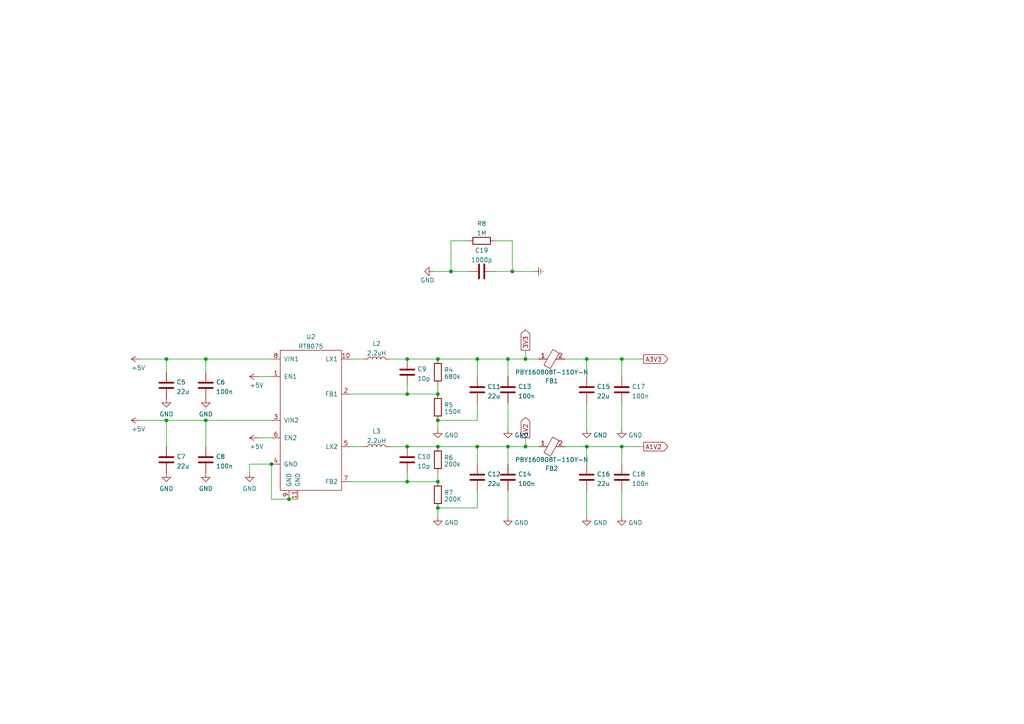
<source format=kicad_sch>
(kicad_sch (version 20230121) (generator eeschema)
  (paper "A4")
  (lib_symbols
    (symbol "Device:C" (pin_numbers hide) (pin_names (offset 0.254))
      (property "Reference" "C" (at 0.635 2.54 0))
      (property "Value" "C" (at 0.635 -2.54 0))
      (symbol "C_0_1"
        (polyline (pts (xy -2.032 -0.762) (xy 2.032 -0.762)) (stroke (width 0.508)))
        (polyline (pts (xy -2.032 0.762) (xy 2.032 0.762)) (stroke (width 0.508)))
      )
      (symbol "C_1_1"
        (pin passive line (at 0 3.81 270) (length 2.794) (name "~") (number "1"))
        (pin passive line (at 0 -3.81 90) (length 2.794) (name "~") (number "2"))
      )
    )
    (symbol "Device:L" (pin_numbers hide) (pin_names (offset 1.016) hide)
      (property "Reference" "L" (at -1.27 0 90))
      (property "Value" "L" (at 1.905 0 90))
      (symbol "L_0_1"
        (arc (start 0 -2.54) (mid 0.6323 -1.905) (end 0 -1.27))
        (arc (start 0 -1.27) (mid 0.6323 -0.635) (end 0 0))
        (arc (start 0 0) (mid 0.6323 0.635) (end 0 1.27))
        (arc (start 0 1.27) (mid 0.6323 1.905) (end 0 2.54))
      )
      (symbol "L_1_1"
        (pin passive line (at 0 3.81 270) (length 1.27) (name "1") (number "1"))
        (pin passive line (at 0 -3.81 90) (length 1.27) (name "2") (number "2"))
      )
    )
    (symbol "Device:R" (pin_numbers hide) (pin_names (offset 0))
      (property "Reference" "R" (at 2.032 0 90))
      (property "Value" "R" (at 0 0 90))
      (symbol "R_0_1"
        (rectangle (start -1.016 -2.54) (end 1.016 2.54) (stroke (width 0.254)))
      )
      (symbol "R_1_1"
        (pin passive line (at 0 3.81 270) (length 1.27) (name "~") (number "1"))
        (pin passive line (at 0 -3.81 90) (length 1.27) (name "~") (number "2"))
      )
    )
    (symbol "ECAT:PBY160808T-110Y-N"
      (property "Reference" "FB" (at 0 -5.08 0))
      (property "Value" "PBY160808T-110Y-N" (at 0 3.81 0))
      (symbol "PBY160808T-110Y-N_0_1"
        (polyline (pts (xy -1.4986 -0.4064) (xy -1.524 -0.4064)))
        (polyline (pts (xy 1.0414 -0.4064) (xy 0.9906 -0.4064)))
        (polyline (pts (xy -0.635 -3.175) (xy -2.4892 -2.1082) (xy 0.0762 2.3622) (xy 1.9304 1.27) (xy -0.635 -3.175)))
      )
      (symbol "PBY160808T-110Y-N_1_1"
        (pin passive line (at -4.0386 -0.4064 0) (length 2.54) (name "~") (number "1"))
        (pin passive line (at 3.5814 -0.4064 180) (length 2.54) (name "~") (number "2"))
      )
    )
    (symbol "ECAT:RT8075" (pin_names (offset 1.016))
      (property "Reference" "U?" (at 0 16.51 0))
      (property "Value" "RT8075" (at 0 13.97 0))
      (symbol "RT8075_1_1"
        (rectangle (start -8.89 20.32) (end 8.89 -20.32) (stroke (width 0.1524)))
        (pin input line (at -11.43 12.7 0) (length 2.54) (name "EN1") (number "1"))
        (pin power_out line (at 11.43 17.78 180) (length 2.54) (name "LX1") (number "10"))
        (pin power_in line (at -3.81 -22.86 90) (length 2.54) (name "GND") (number "11"))
        (pin input line (at 11.43 7.62 180) (length 2.54) (name "FB1") (number "2"))
        (pin power_in line (at -11.43 0 0) (length 2.54) (name "VIN2") (number "3"))
        (pin power_in line (at -11.43 -12.7 0) (length 2.54) (name "GND") (number "4"))
        (pin power_out line (at 11.43 -7.62 180) (length 2.54) (name "LX2") (number "5"))
        (pin input line (at -11.43 -5.08 0) (length 2.54) (name "EN2") (number "6"))
        (pin input line (at 11.43 -17.78 180) (length 2.54) (name "FB2") (number "7"))
        (pin power_in line (at -11.43 17.78 0) (length 2.54) (name "VIN1") (number "8"))
        (pin power_in line (at -6.35 -22.86 90) (length 2.54) (name "GND") (number "9"))
      )
    )
    (symbol "power:+5V" (power) (pin_names (offset 0))
      (property "Value" "+5V" (at 0 3.556 0))
      (symbol "+5V_0_1"
        (polyline (pts (xy -0.762 1.27) (xy 0 2.54)))
        (polyline (pts (xy 0 0) (xy 0 2.54)))
        (polyline (pts (xy 0 2.54) (xy 0.762 1.27)))
      )
      (symbol "+5V_1_1"
        (pin power_in line (at 0 0 90) (length 0) hide (name "+5V") (number "1"))
      )
    )
    (symbol "power:Earth" (power) (pin_names (offset 0))
      (symbol "Earth_0_1"
        (polyline (pts (xy -0.635 -1.905) (xy 0.635 -1.905)))
        (polyline (pts (xy -0.127 -2.54) (xy 0.127 -2.54)))
        (polyline (pts (xy 0 -1.27) (xy 0 0)))
        (polyline (pts (xy 1.27 -1.27) (xy -1.27 -1.27)))
      )
      (symbol "Earth_1_1"
        (pin power_in line (at 0 0 270) (length 0) hide (name "Earth") (number "1"))
      )
    )
    (symbol "power:GND" (power) (pin_names (offset 0))
      (property "Value" "GND" (at 0 -3.81 0))
      (symbol "GND_0_1"
        (polyline (pts (xy 0 0) (xy 0 -1.27) (xy 1.27 -1.27) (xy 0 -2.54) (xy -1.27 -1.27) (xy 0 -1.27)))
      )
      (symbol "GND_1_1"
        (pin power_in line (at 0 0 270) (length 0) hide (name "GND") (number "1"))
      )
    )
  )
  (junction (at 48.26 104.14))
  (junction (at 59.69 104.14))
  (junction (at 180.34 129.54))
  (junction (at 48.26 121.92))
  (junction (at 118.11 114.3))
  (junction (at 152.4 129.54))
  (junction (at 59.69 121.92))
  (junction (at 118.11 104.14))
  (junction (at 148.59 78.74))
  (junction (at 127 129.54))
  (junction (at 138.43 104.14))
  (junction (at 127 139.7))
  (junction (at 152.4 104.14))
  (junction (at 147.32 104.14))
  (junction (at 130.81 78.74))
  (junction (at 127 147.32))
  (junction (at 138.43 129.54))
  (junction (at 127 121.92))
  (junction (at 118.11 129.54))
  (junction (at 147.32 129.54))
  (junction (at 170.18 104.14))
  (junction (at 118.11 139.7))
  (junction (at 180.34 104.14))
  (junction (at 83.82 144.78))
  (junction (at 78.74 134.62))
  (junction (at 127 104.14))
  (junction (at 170.18 129.54))
  (junction (at 127 114.3))
  (wire (pts (xy 78.74 144.78) (xy 78.74 134.62)))
  (wire (pts (xy 170.18 142.24) (xy 170.18 149.86)))
  (wire (pts (xy 101.6 114.3) (xy 118.11 114.3)))
  (wire (pts (xy 138.43 121.92) (xy 127 121.92)))
  (wire (pts (xy 138.43 142.24) (xy 138.43 147.32)))
  (wire (pts (xy 163.83 129.54) (xy 170.18 129.54)))
  (wire (pts (xy 180.34 129.54) (xy 186.69 129.54)))
  (wire (pts (xy 170.18 116.84) (xy 170.18 124.46)))
  (wire (pts (xy 127 137.16) (xy 127 139.7)))
  (wire (pts (xy 147.32 109.22) (xy 147.32 104.14)))
  (wire (pts (xy 180.34 142.24) (xy 180.34 149.86)))
  (wire (pts (xy 152.4 127) (xy 152.4 129.54)))
  (wire (pts (xy 148.59 78.74) (xy 154.94 78.74)))
  (wire (pts (xy 163.83 104.14) (xy 170.18 104.14)))
  (wire (pts (xy 170.18 104.14) (xy 170.18 109.22)))
  (wire (pts (xy 127 111.76) (xy 127 114.3)))
  (wire (pts (xy 78.74 134.62) (xy 72.39 134.62)))
  (wire (pts (xy 59.69 104.14) (xy 59.69 107.95)))
  (wire (pts (xy 147.32 116.84) (xy 147.32 124.46)))
  (wire (pts (xy 101.6 139.7) (xy 118.11 139.7)))
  (wire (pts (xy 180.34 104.14) (xy 186.69 104.14)))
  (wire (pts (xy 40.64 121.92) (xy 48.26 121.92)))
  (wire (pts (xy 118.11 104.14) (xy 127 104.14)))
  (wire (pts (xy 74.93 109.22) (xy 78.74 109.22)))
  (wire (pts (xy 180.34 129.54) (xy 170.18 129.54)))
  (wire (pts (xy 59.69 121.92) (xy 78.74 121.92)))
  (wire (pts (xy 72.39 134.62) (xy 72.39 137.16)))
  (wire (pts (xy 138.43 129.54) (xy 127 129.54)))
  (wire (pts (xy 180.34 116.84) (xy 180.34 124.46)))
  (wire (pts (xy 101.6 129.54) (xy 105.41 129.54)))
  (wire (pts (xy 59.69 104.14) (xy 78.74 104.14)))
  (wire (pts (xy 74.93 127) (xy 78.74 127)))
  (wire (pts (xy 118.11 111.76) (xy 118.11 114.3)))
  (wire (pts (xy 152.4 104.14) (xy 156.21 104.14)))
  (wire (pts (xy 143.51 69.85) (xy 148.59 69.85)))
  (wire (pts (xy 143.51 78.74) (xy 148.59 78.74)))
  (wire (pts (xy 113.03 129.54) (xy 118.11 129.54)))
  (wire (pts (xy 118.11 129.54) (xy 127 129.54)))
  (wire (pts (xy 147.32 104.14) (xy 138.43 104.14)))
  (wire (pts (xy 138.43 147.32) (xy 127 147.32)))
  (wire (pts (xy 118.11 114.3) (xy 127 114.3)))
  (wire (pts (xy 48.26 104.14) (xy 59.69 104.14)))
  (wire (pts (xy 148.59 69.85) (xy 148.59 78.74)))
  (wire (pts (xy 152.4 129.54) (xy 147.32 129.54)))
  (wire (pts (xy 83.82 144.78) (xy 78.74 144.78)))
  (wire (pts (xy 118.11 137.16) (xy 118.11 139.7)))
  (wire (pts (xy 83.82 144.78) (xy 86.36 144.78)))
  (wire (pts (xy 138.43 134.62) (xy 138.43 129.54)))
  (wire (pts (xy 180.34 104.14) (xy 170.18 104.14)))
  (wire (pts (xy 147.32 134.62) (xy 147.32 129.54)))
  (wire (pts (xy 152.4 104.14) (xy 147.32 104.14)))
  (wire (pts (xy 152.4 101.6) (xy 152.4 104.14)))
  (wire (pts (xy 113.03 104.14) (xy 118.11 104.14)))
  (wire (pts (xy 48.26 121.92) (xy 48.26 129.54)))
  (wire (pts (xy 59.69 121.92) (xy 59.69 129.54)))
  (wire (pts (xy 138.43 116.84) (xy 138.43 121.92)))
  (wire (pts (xy 101.6 104.14) (xy 105.41 104.14)))
  (wire (pts (xy 147.32 129.54) (xy 138.43 129.54)))
  (wire (pts (xy 147.32 142.24) (xy 147.32 149.86)))
  (wire (pts (xy 127 147.32) (xy 127 149.86)))
  (wire (pts (xy 48.26 121.92) (xy 59.69 121.92)))
  (wire (pts (xy 118.11 139.7) (xy 127 139.7)))
  (wire (pts (xy 138.43 109.22) (xy 138.43 104.14)))
  (wire (pts (xy 130.81 78.74) (xy 125.73 78.74)))
  (wire (pts (xy 152.4 129.54) (xy 156.21 129.54)))
  (wire (pts (xy 135.89 69.85) (xy 130.81 69.85)))
  (wire (pts (xy 180.34 109.22) (xy 180.34 104.14)))
  (wire (pts (xy 138.43 104.14) (xy 127 104.14)))
  (wire (pts (xy 130.81 78.74) (xy 135.89 78.74)))
  (wire (pts (xy 40.64 104.14) (xy 48.26 104.14)))
  (wire (pts (xy 170.18 129.54) (xy 170.18 134.62)))
  (wire (pts (xy 48.26 104.14) (xy 48.26 107.95)))
  (wire (pts (xy 180.34 134.62) (xy 180.34 129.54)))
  (wire (pts (xy 130.81 69.85) (xy 130.81 78.74)))
  (wire (pts (xy 127 121.92) (xy 127 124.46)))
  (global_label "A3V3" (shape output) (at 186.69 104.14 0) (property "Intersheetrefs" "${INTERSHEET_REFS}" (effects hide)))
  (global_label "3V3" (shape output) (at 152.4 101.6 90) (property "Intersheetrefs" "${INTERSHEET_REFS}" (effects hide)))
  (global_label "1V2" (shape output) (at 152.4 127 90) (property "Intersheetrefs" "${INTERSHEET_REFS}" (effects hide)))
  (global_label "A1V2" (shape output) (at 186.69 129.54 0) (property "Intersheetrefs" "${INTERSHEET_REFS}" (effects hide)))
  (symbol (lib_id "Device:C") (at 147.32 138.43 0) (unit 1)
    (property "Reference" "C14" (at 150.241 137.5215 0) (effects (justify left)))
    (property "Value" "100n" (at 150.241 140.2966 0) (effects (justify left)))
    (property "Footprint" "Capacitor_SMD:C_0603_1608Metric" (effects hide))
  )
  (symbol (lib_id "power:GND") (at 125.73 78.74 270) (unit 1)
    (property "Reference" "#PWR0127" (effects hide))
    (property "Value" "GND" (at 121.92 81.28 90) (effects (justify left)))
  )
  (symbol (lib_id "power:GND") (at 170.18 124.46 0) (unit 1)
    (property "Reference" "#PWR0119" (effects hide))
    (property "Value" "GND" (at 172.085 126.209 0) (effects (justify left)))
  )
  (symbol (lib_id "power:GND") (at 48.26 137.16 0) (unit 1)
    (property "Reference" "#PWR0109" (effects hide))
    (property "Value" "GND" (at 48.26 141.7225 0))
  )
  (symbol (lib_id "power:+5V") (at 40.64 121.92 90) (unit 1)
    (property "Reference" "#PWR0111" (effects hide))
    (property "Value" "+5V" (at 38.1 124.46 90) (effects (justify right)))
  )
  (symbol (lib_id "Device:L") (at 109.22 129.54 90) (unit 1)
    (property "Reference" "L3" (at 109.22 125.0655 90))
    (property "Value" "2.2uH" (at 109.22 127.8406 90))
    (property "Footprint" "Inductor_SMD:L_0805_2012Metric" (effects hide))
  )
  (symbol (lib_id "Device:R") (at 127 143.51 0) (unit 1)
    (property "Reference" "R7" (at 128.778 142.8663 0) (effects (justify left)))
    (property "Value" "200K" (at 128.778 144.7873 0) (effects (justify left)))
    (property "Footprint" "Resistor_SMD:R_0603_1608Metric" (effects hide))
  )
  (symbol (lib_id "Device:R") (at 127 107.95 0) (unit 1)
    (property "Reference" "R4" (at 128.778 107.3063 0) (effects (justify left)))
    (property "Value" "680k" (at 128.778 109.2273 0) (effects (justify left)))
    (property "Footprint" "Resistor_SMD:R_0603_1608Metric" (effects hide))
  )
  (symbol (lib_id "Device:C") (at 118.11 107.95 0) (unit 1)
    (property "Reference" "C9" (at 121.031 107.0415 0) (effects (justify left)))
    (property "Value" "10p" (at 121.031 109.8166 0) (effects (justify left)))
    (property "Footprint" "Capacitor_SMD:C_0603_1608Metric" (effects hide))
  )
  (symbol (lib_id "Device:C") (at 59.69 133.35 180) (unit 1)
    (property "Reference" "C8" (at 62.611 132.4415 0) (effects (justify right)))
    (property "Value" "100n" (at 62.611 135.2166 0) (effects (justify right)))
    (property "Footprint" "Capacitor_SMD:C_0603_1608Metric" (effects hide))
  )
  (symbol (lib_id "Device:C") (at 59.69 111.76 180) (unit 1)
    (property "Reference" "C6" (at 62.611 110.8515 0) (effects (justify right)))
    (property "Value" "100n" (at 62.611 113.6266 0) (effects (justify right)))
    (property "Footprint" "Capacitor_SMD:C_0603_1608Metric" (effects hide))
  )
  (symbol (lib_id "power:GND") (at 127 149.86 0) (unit 1)
    (property "Reference" "#PWR0105" (effects hide))
    (property "Value" "GND" (at 128.905 151.609 0) (effects (justify left)))
  )
  (symbol (lib_id "power:GND") (at 72.39 137.16 0) (unit 1)
    (property "Reference" "#PWR0116" (effects hide))
    (property "Value" "GND" (at 72.39 141.7225 0))
  )
  (symbol (lib_id "Device:R") (at 139.7 69.85 90) (unit 1)
    (property "Reference" "R8" (at 139.7 64.8675 90))
    (property "Value" "1M" (at 139.7 67.6426 90))
    (property "Footprint" "Resistor_SMD:R_1206_3216Metric" (effects hide))
  )
  (symbol (lib_id "Device:C") (at 48.26 111.76 180) (unit 1)
    (property "Reference" "C5" (at 51.181 110.8515 0) (effects (justify right)))
    (property "Value" "22u" (at 51.181 113.6266 0) (effects (justify right)))
    (property "Footprint" "Capacitor_SMD:C_0603_1608Metric" (effects hide))
  )
  (symbol (lib_id "power:+5V") (at 40.64 104.14 90) (unit 1)
    (property "Reference" "#PWR0113" (effects hide))
    (property "Value" "+5V" (at 38.1 106.68 90) (effects (justify right)))
  )
  (symbol (lib_id "power:GND") (at 147.32 124.46 0) (unit 1)
    (property "Reference" "#PWR0103" (effects hide))
    (property "Value" "GND" (at 149.225 126.209 0) (effects (justify left)))
  )
  (symbol (lib_id "power:+5V") (at 74.93 109.22 90) (unit 1)
    (property "Reference" "#PWR0108" (effects hide))
    (property "Value" "+5V" (at 72.39 111.76 90) (effects (justify right)))
  )
  (symbol (lib_id "Device:C") (at 170.18 138.43 0) (unit 1)
    (property "Reference" "C16" (at 173.101 137.5215 0) (effects (justify left)))
    (property "Value" "22u" (at 173.101 140.2966 0) (effects (justify left)))
    (property "Footprint" "Capacitor_SMD:C_0603_1608Metric" (effects hide))
  )
  (symbol (lib_id "Device:R") (at 127 118.11 0) (unit 1)
    (property "Reference" "R5" (at 128.778 117.4663 0) (effects (justify left)))
    (property "Value" "150K" (at 128.778 119.3873 0) (effects (justify left)))
    (property "Footprint" "Resistor_SMD:R_0603_1608Metric" (effects hide))
  )
  (symbol (lib_id "ECAT:PBY160808T-110Y-N") (at 160.2486 103.7336 0) (unit 1)
    (property "Reference" "FB1" (at 160.02 110.49 0))
    (property "Value" "PBY160808T-110Y-N" (at 160.02 107.95 0))
    (property "Footprint" "Inductor_SMD:L_0603_1608Metric" (effects hide))
  )
  (symbol (lib_id "power:Earth") (at 154.94 78.74 90) (unit 1)
    (property "Reference" "#PWR0125" (effects hide))
    (property "Value" "Earth" (effects hide))
  )
  (symbol (lib_id "power:GND") (at 59.69 115.57 0) (unit 1)
    (property "Reference" "#PWR0114" (effects hide))
    (property "Value" "GND" (at 59.69 120.1325 0))
  )
  (symbol (lib_id "power:+5V") (at 74.93 127 90) (unit 1)
    (property "Reference" "#PWR0115" (effects hide))
    (property "Value" "+5V" (at 72.39 129.54 90) (effects (justify right)))
  )
  (symbol (lib_id "Device:C") (at 138.43 138.43 0) (unit 1)
    (property "Reference" "C12" (at 141.351 137.5215 0) (effects (justify left)))
    (property "Value" "22u" (at 141.351 140.2966 0) (effects (justify left)))
    (property "Footprint" "Capacitor_SMD:C_0603_1608Metric" (effects hide))
  )
  (symbol (lib_id "Device:C") (at 118.11 133.35 180) (unit 1)
    (property "Reference" "C10" (at 121.031 132.4415 0) (effects (justify right)))
    (property "Value" "10p" (at 121.031 135.2166 0) (effects (justify right)))
    (property "Footprint" "Capacitor_SMD:C_0603_1608Metric" (effects hide))
  )
  (symbol (lib_id "power:GND") (at 180.34 124.46 0) (unit 1)
    (property "Reference" "#PWR0120" (effects hide))
    (property "Value" "GND" (at 182.245 126.209 0) (effects (justify left)))
  )
  (symbol (lib_id "Device:C") (at 170.18 113.03 0) (unit 1)
    (property "Reference" "C15" (at 173.101 112.1215 0) (effects (justify left)))
    (property "Value" "22u" (at 173.101 114.8966 0) (effects (justify left)))
    (property "Footprint" "Capacitor_SMD:C_0603_1608Metric" (effects hide))
  )
  (symbol (lib_id "power:GND") (at 59.69 137.16 0) (unit 1)
    (property "Reference" "#PWR0110" (effects hide))
    (property "Value" "GND" (at 59.69 141.7225 0))
  )
  (symbol (lib_id "power:GND") (at 180.34 149.86 0) (unit 1)
    (property "Reference" "#PWR0117" (effects hide))
    (property "Value" "GND" (at 182.245 151.609 0) (effects (justify left)))
  )
  (symbol (lib_id "ECAT:PBY160808T-110Y-N") (at 160.2486 129.1336 0) (unit 1)
    (property "Reference" "FB2" (at 160.02 135.89 0))
    (property "Value" "PBY160808T-110Y-N" (at 160.02 133.35 0))
    (property "Footprint" "Inductor_SMD:L_0603_1608Metric" (effects hide))
  )
  (symbol (lib_id "power:GND") (at 170.18 149.86 0) (unit 1)
    (property "Reference" "#PWR0118" (effects hide))
    (property "Value" "GND" (at 172.085 151.609 0) (effects (justify left)))
  )
  (symbol (lib_id "Device:C") (at 147.32 113.03 0) (unit 1)
    (property "Reference" "C13" (at 150.241 112.1215 0) (effects (justify left)))
    (property "Value" "100n" (at 150.241 114.8966 0) (effects (justify left)))
    (property "Footprint" "Capacitor_SMD:C_0603_1608Metric" (effects hide))
  )
  (symbol (lib_id "power:GND") (at 48.26 115.57 0) (unit 1)
    (property "Reference" "#PWR0112" (effects hide))
    (property "Value" "GND" (at 48.26 120.1325 0))
  )
  (symbol (lib_id "Device:C") (at 138.43 113.03 0) (unit 1)
    (property "Reference" "C11" (at 141.351 112.1215 0) (effects (justify left)))
    (property "Value" "22u" (at 141.351 114.8966 0) (effects (justify left)))
    (property "Footprint" "Capacitor_SMD:C_0603_1608Metric" (effects hide))
  )
  (symbol (lib_id "Device:C") (at 48.26 133.35 180) (unit 1)
    (property "Reference" "C7" (at 51.181 132.4415 0) (effects (justify right)))
    (property "Value" "22u" (at 51.181 135.2166 0) (effects (justify right)))
    (property "Footprint" "Capacitor_SMD:C_0603_1608Metric" (effects hide))
  )
  (symbol (lib_id "Device:L") (at 109.22 104.14 90) (unit 1)
    (property "Reference" "L2" (at 109.22 99.6655 90))
    (property "Value" "2.2uH" (at 109.22 102.4406 90))
    (property "Footprint" "Inductor_SMD:L_0805_2012Metric" (effects hide))
  )
  (symbol (lib_id "Device:C") (at 180.34 138.43 0) (unit 1)
    (property "Reference" "C18" (at 183.261 137.5215 0) (effects (justify left)))
    (property "Value" "100n" (at 183.261 140.2966 0) (effects (justify left)))
    (property "Footprint" "Capacitor_SMD:C_0603_1608Metric" (effects hide))
  )
  (symbol (lib_id "power:GND") (at 127 124.46 0) (unit 1)
    (property "Reference" "#PWR0107" (effects hide))
    (property "Value" "GND" (at 128.905 126.209 0) (effects (justify left)))
  )
  (symbol (lib_id "Device:R") (at 127 133.35 0) (unit 1)
    (property "Reference" "R6" (at 128.778 132.7063 0) (effects (justify left)))
    (property "Value" "200k" (at 128.778 134.6273 0) (effects (justify left)))
    (property "Footprint" "Resistor_SMD:R_0603_1608Metric" (effects hide))
  )
  (symbol (lib_id "Device:C") (at 139.7 78.74 270) (unit 1)
    (property "Reference" "C19" (at 139.7 72.6145 90))
    (property "Value" "1000p" (at 139.7 75.3896 90))
    (property "Footprint" "Capacitor_SMD:C_1206_3216Metric" (effects hide))
  )
  (symbol (lib_id "ECAT:RT8075") (at 90.17 121.92 0) (unit 1)
    (property "Reference" "U2" (at 90.17 97.6843 0))
    (property "Value" "RT8075" (at 90.17 100.4594 0))
    (property "Footprint" "EXTRA IC:WDFN-10_L3.0-W3.0-P0.50-BL-EP" (effects hide))
  )
  (symbol (lib_id "Device:C") (at 180.34 113.03 0) (unit 1)
    (property "Reference" "C17" (at 183.261 112.1215 0) (effects (justify left)))
    (property "Value" "100n" (at 183.261 114.8966 0) (effects (justify left)))
    (property "Footprint" "Capacitor_SMD:C_0603_1608Metric" (effects hide))
  )
  (symbol (lib_id "power:GND") (at 147.32 149.86 0) (unit 1)
    (property "Reference" "#PWR0106" (effects hide))
    (property "Value" "GND" (at 149.225 151.609 0) (effects (justify left)))
  )
)
</source>
